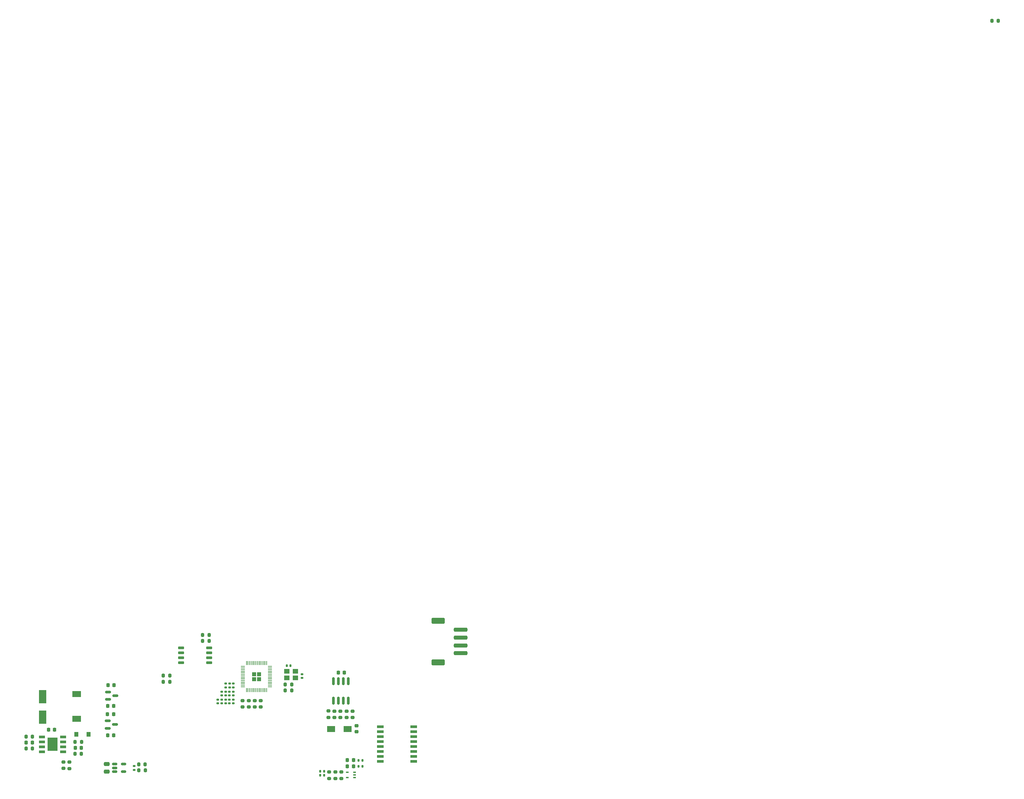
<source format=gbp>
G04 #@! TF.GenerationSoftware,KiCad,Pcbnew,8.0.0-rc1*
G04 #@! TF.CreationDate,2024-11-04T15:19:59+03:00*
G04 #@! TF.ProjectId,Movita_CM4_CT_Router_V3.1,4d6f7669-7461-45f4-934d-345f43545f52,REV1*
G04 #@! TF.SameCoordinates,Original*
G04 #@! TF.FileFunction,Paste,Bot*
G04 #@! TF.FilePolarity,Positive*
%FSLAX46Y46*%
G04 Gerber Fmt 4.6, Leading zero omitted, Abs format (unit mm)*
G04 Created by KiCad (PCBNEW 8.0.0-rc1) date 2024-11-04 15:19:59*
%MOMM*%
%LPD*%
G01*
G04 APERTURE LIST*
G04 Aperture macros list*
%AMRoundRect*
0 Rectangle with rounded corners*
0 $1 Rounding radius*
0 $2 $3 $4 $5 $6 $7 $8 $9 X,Y pos of 4 corners*
0 Add a 4 corners polygon primitive as box body*
4,1,4,$2,$3,$4,$5,$6,$7,$8,$9,$2,$3,0*
0 Add four circle primitives for the rounded corners*
1,1,$1+$1,$2,$3*
1,1,$1+$1,$4,$5*
1,1,$1+$1,$6,$7*
1,1,$1+$1,$8,$9*
0 Add four rect primitives between the rounded corners*
20,1,$1+$1,$2,$3,$4,$5,0*
20,1,$1+$1,$4,$5,$6,$7,0*
20,1,$1+$1,$6,$7,$8,$9,0*
20,1,$1+$1,$8,$9,$2,$3,0*%
G04 Aperture macros list end*
%ADD10RoundRect,0.200000X0.200000X0.275000X-0.200000X0.275000X-0.200000X-0.275000X0.200000X-0.275000X0*%
%ADD11RoundRect,0.135000X0.135000X0.185000X-0.135000X0.185000X-0.135000X-0.185000X0.135000X-0.185000X0*%
%ADD12RoundRect,0.250000X0.475000X-0.250000X0.475000X0.250000X-0.475000X0.250000X-0.475000X-0.250000X0*%
%ADD13RoundRect,0.140000X-0.140000X-0.170000X0.140000X-0.170000X0.140000X0.170000X-0.140000X0.170000X0*%
%ADD14R,2.120000X1.500000*%
%ADD15RoundRect,0.200000X-0.200000X-0.275000X0.200000X-0.275000X0.200000X0.275000X-0.200000X0.275000X0*%
%ADD16RoundRect,0.225000X0.225000X0.250000X-0.225000X0.250000X-0.225000X-0.250000X0.225000X-0.250000X0*%
%ADD17RoundRect,0.218750X0.218750X0.256250X-0.218750X0.256250X-0.218750X-0.256250X0.218750X-0.256250X0*%
%ADD18RoundRect,0.200000X-0.275000X0.200000X-0.275000X-0.200000X0.275000X-0.200000X0.275000X0.200000X0*%
%ADD19RoundRect,0.140000X-0.170000X0.140000X-0.170000X-0.140000X0.170000X-0.140000X0.170000X0.140000X0*%
%ADD20RoundRect,0.150000X-0.587500X-0.150000X0.587500X-0.150000X0.587500X0.150000X-0.587500X0.150000X0*%
%ADD21RoundRect,0.200000X0.275000X-0.200000X0.275000X0.200000X-0.275000X0.200000X-0.275000X-0.200000X0*%
%ADD22R,2.200000X1.600000*%
%ADD23RoundRect,0.140000X0.170000X-0.140000X0.170000X0.140000X-0.170000X0.140000X-0.170000X-0.140000X0*%
%ADD24R,1.670000X0.760000*%
%ADD25RoundRect,0.225000X-0.250000X0.225000X-0.250000X-0.225000X0.250000X-0.225000X0.250000X0.225000X0*%
%ADD26R,1.400000X1.200000*%
%ADD27RoundRect,0.150000X-0.512500X-0.150000X0.512500X-0.150000X0.512500X0.150000X-0.512500X0.150000X0*%
%ADD28RoundRect,0.250000X-0.292217X0.292217X-0.292217X-0.292217X0.292217X-0.292217X0.292217X0.292217X0*%
%ADD29RoundRect,0.050000X-0.050000X0.425000X-0.050000X-0.425000X0.050000X-0.425000X0.050000X0.425000X0*%
%ADD30RoundRect,0.050000X-0.425000X0.050000X-0.425000X-0.050000X0.425000X-0.050000X0.425000X0.050000X0*%
%ADD31RoundRect,0.135000X-0.135000X-0.185000X0.135000X-0.185000X0.135000X0.185000X-0.135000X0.185000X0*%
%ADD32RoundRect,0.135000X0.185000X-0.135000X0.185000X0.135000X-0.185000X0.135000X-0.185000X-0.135000X0*%
%ADD33R,1.525000X0.700000*%
%ADD34R,2.560000X3.450000*%
%ADD35RoundRect,0.250000X1.500000X-0.250000X1.500000X0.250000X-1.500000X0.250000X-1.500000X-0.250000X0*%
%ADD36RoundRect,0.250001X1.449999X-0.499999X1.449999X0.499999X-1.449999X0.499999X-1.449999X-0.499999X0*%
%ADD37RoundRect,0.225000X-0.225000X-0.250000X0.225000X-0.250000X0.225000X0.250000X-0.225000X0.250000X0*%
%ADD38RoundRect,0.150000X-0.150000X0.825000X-0.150000X-0.825000X0.150000X-0.825000X0.150000X0.825000X0*%
%ADD39RoundRect,0.150000X0.650000X0.150000X-0.650000X0.150000X-0.650000X-0.150000X0.650000X-0.150000X0*%
%ADD40R,1.120000X1.220000*%
%ADD41R,0.650000X0.400000*%
%ADD42R,1.850000X3.500000*%
G04 APERTURE END LIST*
D10*
X165778767Y-88404190D03*
X164128767Y-88404190D03*
D11*
X195273142Y-123362315D03*
X194253142Y-123362315D03*
D12*
X139528767Y-123434190D03*
X139528767Y-121534190D03*
D13*
X185651603Y-96324190D03*
X186611603Y-96324190D03*
D14*
X197073767Y-112519190D03*
X201303767Y-112519190D03*
D15*
X154053767Y-100404190D03*
X155703767Y-100404190D03*
X154043767Y-98854190D03*
X155693767Y-98854190D03*
D16*
X141306267Y-108716690D03*
X139756267Y-108716690D03*
D17*
X202781267Y-120484190D03*
X201206267Y-120484190D03*
D18*
X175916603Y-105241690D03*
X175916603Y-106891690D03*
X199663142Y-123557315D03*
X199663142Y-125207315D03*
D19*
X167993767Y-105009190D03*
X167993767Y-105969190D03*
D20*
X139778767Y-112344190D03*
X139778767Y-110444190D03*
X141653767Y-111394190D03*
D21*
X174376603Y-106881690D03*
X174376603Y-105231690D03*
D18*
X178986603Y-105236690D03*
X178986603Y-106886690D03*
D10*
X133068767Y-118874190D03*
X131418767Y-118874190D03*
D19*
X171963767Y-104989190D03*
X171963767Y-105949190D03*
D10*
X120503767Y-117514190D03*
X118853767Y-117514190D03*
D16*
X141318767Y-106634190D03*
X139768767Y-106634190D03*
D18*
X129973767Y-121009190D03*
X129973767Y-122659190D03*
D10*
X367983767Y69150810D03*
X366333767Y69150810D03*
D22*
X131873767Y-109934190D03*
X131873767Y-103534190D03*
D23*
X189563767Y-99454190D03*
X189563767Y-98494190D03*
D18*
X196543142Y-123557315D03*
X196543142Y-125207315D03*
D24*
X209638767Y-120799190D03*
X209638767Y-119529190D03*
X209638767Y-118259190D03*
X209638767Y-116989190D03*
X209638767Y-115719190D03*
X209638767Y-114449190D03*
X209638767Y-113179190D03*
X209638767Y-111909190D03*
X218168767Y-111909190D03*
X218168767Y-113179190D03*
X218168767Y-114449190D03*
X218168767Y-115719190D03*
X218168767Y-116989190D03*
X218168767Y-118259190D03*
X218168767Y-119529190D03*
X218168767Y-120799190D03*
D25*
X203513767Y-111689190D03*
X203513767Y-113239190D03*
D19*
X171983767Y-100889190D03*
X171983767Y-101849190D03*
D16*
X126208767Y-112684190D03*
X124658767Y-112684190D03*
D26*
X187851603Y-99454190D03*
X185651603Y-99454190D03*
X185651603Y-97754190D03*
X187851603Y-97754190D03*
D27*
X141573767Y-123444190D03*
X141573767Y-122494190D03*
X141573767Y-121544190D03*
X143848767Y-121544190D03*
X143848767Y-123444190D03*
D23*
X170983767Y-103921690D03*
X170983767Y-102961690D03*
D11*
X195273142Y-124392315D03*
X194253142Y-124392315D03*
D21*
X200983767Y-109584190D03*
X200983767Y-107934190D03*
D28*
X178574103Y-98451690D03*
X177299103Y-98451690D03*
X178574103Y-99726690D03*
X177299103Y-99726690D03*
D29*
X175336603Y-95614690D03*
X175736603Y-95614690D03*
X176136603Y-95614690D03*
X176536603Y-95614690D03*
X176936603Y-95614690D03*
X177336603Y-95614690D03*
X177736603Y-95614690D03*
X178136603Y-95614690D03*
X178536603Y-95614690D03*
X178936603Y-95614690D03*
X179336603Y-95614690D03*
X179736603Y-95614690D03*
X180136603Y-95614690D03*
X180536603Y-95614690D03*
D30*
X181411103Y-96489190D03*
X181411103Y-96889190D03*
X181411103Y-97289190D03*
X181411103Y-97689190D03*
X181411103Y-98089190D03*
X181411103Y-98489190D03*
X181411103Y-98889190D03*
X181411103Y-99289190D03*
X181411103Y-99689190D03*
X181411103Y-100089190D03*
X181411103Y-100489190D03*
X181411103Y-100889190D03*
X181411103Y-101289190D03*
X181411103Y-101689190D03*
D29*
X180536603Y-102563690D03*
X180136603Y-102563690D03*
X179736603Y-102563690D03*
X179336603Y-102563690D03*
X178936603Y-102563690D03*
X178536603Y-102563690D03*
X178136603Y-102563690D03*
X177736603Y-102563690D03*
X177336603Y-102563690D03*
X176936603Y-102563690D03*
X176536603Y-102563690D03*
X176136603Y-102563690D03*
X175736603Y-102563690D03*
X175336603Y-102563690D03*
D30*
X174462103Y-101689190D03*
X174462103Y-101289190D03*
X174462103Y-100889190D03*
X174462103Y-100489190D03*
X174462103Y-100089190D03*
X174462103Y-99689190D03*
X174462103Y-99289190D03*
X174462103Y-98889190D03*
X174462103Y-98489190D03*
X174462103Y-98089190D03*
X174462103Y-97689190D03*
X174462103Y-97289190D03*
X174462103Y-96889190D03*
X174462103Y-96489190D03*
D23*
X169993767Y-103921690D03*
X169993767Y-102961690D03*
D17*
X202768767Y-122084190D03*
X201193767Y-122084190D03*
D15*
X185296603Y-101114190D03*
X186946603Y-101114190D03*
D20*
X139843767Y-104924190D03*
X139843767Y-103024190D03*
X141718767Y-103974190D03*
D31*
X204023767Y-122084190D03*
X205043767Y-122084190D03*
D19*
X169003767Y-104989190D03*
X169003767Y-105949190D03*
D15*
X131433767Y-115814190D03*
X133083767Y-115814190D03*
D18*
X128413767Y-120994190D03*
X128413767Y-122644190D03*
D21*
X199433767Y-109584190D03*
X199433767Y-107934190D03*
D15*
X164128767Y-89954190D03*
X165778767Y-89954190D03*
D23*
X171973767Y-103921690D03*
X171973767Y-102961690D03*
D18*
X197883767Y-107929190D03*
X197883767Y-109579190D03*
D31*
X204043767Y-120554190D03*
X205063767Y-120554190D03*
D18*
X202543767Y-107934190D03*
X202543767Y-109584190D03*
D32*
X146553767Y-123004190D03*
X146553767Y-121984190D03*
D33*
X128373767Y-114544190D03*
X128373767Y-115814190D03*
X128373767Y-117084190D03*
X128373767Y-118354190D03*
X122949767Y-118354190D03*
X122949767Y-117084190D03*
X122949767Y-115814190D03*
X122949767Y-114544190D03*
D34*
X125661767Y-116449190D03*
D35*
X230213767Y-93094190D03*
X230213767Y-91094190D03*
X230213767Y-89094190D03*
X230213767Y-87094190D03*
D36*
X224463767Y-95444190D03*
X224463767Y-84744190D03*
D19*
X169993767Y-100879190D03*
X169993767Y-101839190D03*
D37*
X198883767Y-98084190D03*
X200433767Y-98084190D03*
D38*
X197613767Y-100269190D03*
X198883767Y-100269190D03*
X200153767Y-100269190D03*
X201423767Y-100269190D03*
X201423767Y-105219190D03*
X200153767Y-105219190D03*
X198883767Y-105219190D03*
X197613767Y-105219190D03*
D16*
X141356267Y-114106690D03*
X139806267Y-114106690D03*
X141406267Y-101274190D03*
X139856267Y-101274190D03*
D21*
X196323767Y-109569190D03*
X196323767Y-107919190D03*
D37*
X118908767Y-115984190D03*
X120458767Y-115984190D03*
D39*
X165823767Y-91744190D03*
X165823767Y-93014190D03*
X165823767Y-94284190D03*
X165823767Y-95554190D03*
X158623767Y-95554190D03*
X158623767Y-94284190D03*
X158623767Y-93014190D03*
X158623767Y-91744190D03*
D16*
X133028767Y-117344190D03*
X131478767Y-117344190D03*
D19*
X171003767Y-100879190D03*
X171003767Y-101839190D03*
X170973767Y-104989190D03*
X170973767Y-105949190D03*
X169993767Y-104989190D03*
X169993767Y-105949190D03*
D15*
X185301603Y-102654190D03*
X186951603Y-102654190D03*
D18*
X198123142Y-123557315D03*
X198123142Y-125207315D03*
D40*
X131768767Y-113914190D03*
X134868767Y-113914190D03*
D10*
X149418767Y-123154190D03*
X147768767Y-123154190D03*
X149408767Y-121604190D03*
X147758767Y-121604190D03*
D41*
X203053767Y-123664190D03*
X203053767Y-124314190D03*
X203053767Y-124964190D03*
X201153767Y-124964190D03*
X201153767Y-123664190D03*
D21*
X177456603Y-106881690D03*
X177456603Y-105231690D03*
D42*
X123143767Y-104214190D03*
X123143767Y-109514190D03*
D10*
X120498767Y-114464190D03*
X118848767Y-114464190D03*
D23*
X169003767Y-103931690D03*
X169003767Y-102971690D03*
M02*

</source>
